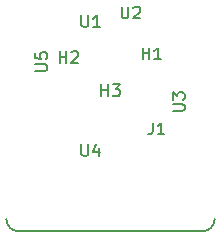
<source format=gbr>
%TF.GenerationSoftware,KiCad,Pcbnew,5.1.10*%
%TF.CreationDate,2021-12-26T17:28:59+01:00*%
%TF.ProjectId,cluster,636c7573-7465-4722-9e6b-696361645f70,rev?*%
%TF.SameCoordinates,Original*%
%TF.FileFunction,Legend,Top*%
%TF.FilePolarity,Positive*%
%FSLAX46Y46*%
G04 Gerber Fmt 4.6, Leading zero omitted, Abs format (unit mm)*
G04 Created by KiCad (PCBNEW 5.1.10) date 2021-12-26 17:28:59*
%MOMM*%
%LPD*%
G01*
G04 APERTURE LIST*
%ADD10C,0.200000*%
%ADD11C,0.150000*%
G04 APERTURE END LIST*
D10*
%TO.C,J1*%
X181882833Y-107650001D02*
X166257167Y-107650001D01*
X166257167Y-107650001D02*
G75*
G02*
X165257167Y-106650001I0J1000000D01*
G01*
X182882832Y-106650001D02*
G75*
G02*
X181882833Y-107650000I-999999J0D01*
G01*
%TO.C,U5*%
D11*
X167702380Y-94071904D02*
X168511904Y-94071904D01*
X168607142Y-94024285D01*
X168654761Y-93976666D01*
X168702380Y-93881428D01*
X168702380Y-93690952D01*
X168654761Y-93595714D01*
X168607142Y-93548095D01*
X168511904Y-93500476D01*
X167702380Y-93500476D01*
X167702380Y-92548095D02*
X167702380Y-93024285D01*
X168178571Y-93071904D01*
X168130952Y-93024285D01*
X168083333Y-92929047D01*
X168083333Y-92690952D01*
X168130952Y-92595714D01*
X168178571Y-92548095D01*
X168273809Y-92500476D01*
X168511904Y-92500476D01*
X168607142Y-92548095D01*
X168654761Y-92595714D01*
X168702380Y-92690952D01*
X168702380Y-92929047D01*
X168654761Y-93024285D01*
X168607142Y-93071904D01*
%TO.C,U4*%
X171598095Y-100292380D02*
X171598095Y-101101904D01*
X171645714Y-101197142D01*
X171693333Y-101244761D01*
X171788571Y-101292380D01*
X171979047Y-101292380D01*
X172074285Y-101244761D01*
X172121904Y-101197142D01*
X172169523Y-101101904D01*
X172169523Y-100292380D01*
X173074285Y-100625714D02*
X173074285Y-101292380D01*
X172836190Y-100244761D02*
X172598095Y-100959047D01*
X173217142Y-100959047D01*
%TO.C,U3*%
X179342380Y-97471904D02*
X180151904Y-97471904D01*
X180247142Y-97424285D01*
X180294761Y-97376666D01*
X180342380Y-97281428D01*
X180342380Y-97090952D01*
X180294761Y-96995714D01*
X180247142Y-96948095D01*
X180151904Y-96900476D01*
X179342380Y-96900476D01*
X179342380Y-96519523D02*
X179342380Y-95900476D01*
X179723333Y-96233809D01*
X179723333Y-96090952D01*
X179770952Y-95995714D01*
X179818571Y-95948095D01*
X179913809Y-95900476D01*
X180151904Y-95900476D01*
X180247142Y-95948095D01*
X180294761Y-95995714D01*
X180342380Y-96090952D01*
X180342380Y-96376666D01*
X180294761Y-96471904D01*
X180247142Y-96519523D01*
%TO.C,U2*%
X174998095Y-88642380D02*
X174998095Y-89451904D01*
X175045714Y-89547142D01*
X175093333Y-89594761D01*
X175188571Y-89642380D01*
X175379047Y-89642380D01*
X175474285Y-89594761D01*
X175521904Y-89547142D01*
X175569523Y-89451904D01*
X175569523Y-88642380D01*
X175998095Y-88737619D02*
X176045714Y-88690000D01*
X176140952Y-88642380D01*
X176379047Y-88642380D01*
X176474285Y-88690000D01*
X176521904Y-88737619D01*
X176569523Y-88832857D01*
X176569523Y-88928095D01*
X176521904Y-89070952D01*
X175950476Y-89642380D01*
X176569523Y-89642380D01*
%TO.C,U1*%
X171598095Y-89362380D02*
X171598095Y-90171904D01*
X171645714Y-90267142D01*
X171693333Y-90314761D01*
X171788571Y-90362380D01*
X171979047Y-90362380D01*
X172074285Y-90314761D01*
X172121904Y-90267142D01*
X172169523Y-90171904D01*
X172169523Y-89362380D01*
X173169523Y-90362380D02*
X172598095Y-90362380D01*
X172883809Y-90362380D02*
X172883809Y-89362380D01*
X172788571Y-89505238D01*
X172693333Y-89600476D01*
X172598095Y-89648095D01*
%TO.C,H3*%
X173298095Y-96222380D02*
X173298095Y-95222380D01*
X173298095Y-95698571D02*
X173869523Y-95698571D01*
X173869523Y-96222380D02*
X173869523Y-95222380D01*
X174250476Y-95222380D02*
X174869523Y-95222380D01*
X174536190Y-95603333D01*
X174679047Y-95603333D01*
X174774285Y-95650952D01*
X174821904Y-95698571D01*
X174869523Y-95793809D01*
X174869523Y-96031904D01*
X174821904Y-96127142D01*
X174774285Y-96174761D01*
X174679047Y-96222380D01*
X174393333Y-96222380D01*
X174298095Y-96174761D01*
X174250476Y-96127142D01*
%TO.C,H2*%
X169758095Y-93422380D02*
X169758095Y-92422380D01*
X169758095Y-92898571D02*
X170329523Y-92898571D01*
X170329523Y-93422380D02*
X170329523Y-92422380D01*
X170758095Y-92517619D02*
X170805714Y-92470000D01*
X170900952Y-92422380D01*
X171139047Y-92422380D01*
X171234285Y-92470000D01*
X171281904Y-92517619D01*
X171329523Y-92612857D01*
X171329523Y-92708095D01*
X171281904Y-92850952D01*
X170710476Y-93422380D01*
X171329523Y-93422380D01*
%TO.C,H1*%
X176778095Y-93102380D02*
X176778095Y-92102380D01*
X176778095Y-92578571D02*
X177349523Y-92578571D01*
X177349523Y-93102380D02*
X177349523Y-92102380D01*
X178349523Y-93102380D02*
X177778095Y-93102380D01*
X178063809Y-93102380D02*
X178063809Y-92102380D01*
X177968571Y-92245238D01*
X177873333Y-92340476D01*
X177778095Y-92388095D01*
%TO.C,J1*%
X177626666Y-98462380D02*
X177626666Y-99176666D01*
X177579047Y-99319523D01*
X177483809Y-99414761D01*
X177340952Y-99462380D01*
X177245714Y-99462380D01*
X178626666Y-99462380D02*
X178055238Y-99462380D01*
X178340952Y-99462380D02*
X178340952Y-98462380D01*
X178245714Y-98605238D01*
X178150476Y-98700476D01*
X178055238Y-98748095D01*
%TD*%
M02*

</source>
